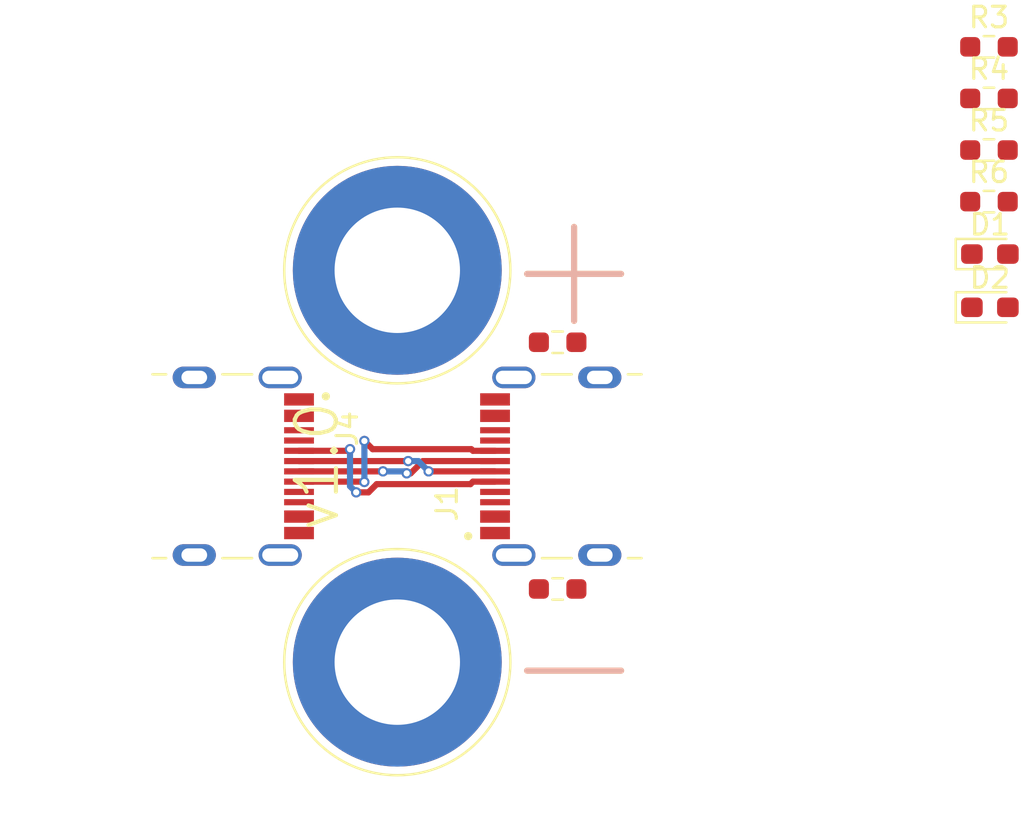
<source format=kicad_pcb>
(kicad_pcb (version 20240108) (generator "pcbnew") (generator_version "8.0")
  (layers (0 "F.Cu" signal) (31 "B.Cu" signal) (34 "B.Paste" user) (35 "F.Paste" user) (36 "B.SilkS" user "B.Silkscreen") (37 "F.SilkS" user "F.Silkscreen") (38 "B.Mask" user) (39 "F.Mask" user) (44 "Edge.Cuts" user))
  (net 0 "")
  (net 1 "VBUS")
  (net 2 "GND")
  (net 3 "Net-(J1-CC2)")
  (net 4 "Net-(J1-CC1)")
  (net 6 "Net-(D1-A)")
  (net 7 "Net-(D2-A)")
  (net 10 "Net-(J4-VBUS-PadA4B9)")
  (net 11 "Net-(J4-CC1)")
  (net 12 "Net-(J4-CC2)")
  (net 14 "/D2_P")
  (net 15 "/D1_N")
  (net 16 "/D1_P")
  (net 17 "/D2_N")
  (footprint "Resistor_SMD:R_0603_1608Metric_Pad0.98x0.95mm_HandSolder" (layer "F.Cu") (at 107.8 103.5)
    (property "Reference" "R1" (hide yes))
    (property "Value" "10k")
    (fp_line (start -0.254724 -0.5225) (end 0.254724 -0.5225) (stroke (width 0.12)) (layer "F.SilkS"))
    (fp_line (start -0.254724 0.5225) (end 0.254724 0.5225) (stroke (width 0.12)) (layer "F.SilkS"))
    (pad "1" smd roundrect (at -0.9125 0) (size 0.975 0.95) (layers "F.Cu" "F.Paste" "F.Mask") (net 1 "VBUS"))
    (pad "2" smd roundrect (at 0.9125 0) (size 0.975 0.95) (layers "F.Cu" "F.Paste" "F.Mask") (net 3 "Net-(J1-CC2)"))
  )
  (footprint "Resistor_SMD:R_0603_1608Metric_Pad0.98x0.95mm_HandSolder" (layer "F.Cu") (at 128.78 94.15)
    (property "Reference" "R5" (at 0 -1.43 0) (layer "F.SilkS"))
    (property "Value" "1k")
    (fp_line (start -0.254724 -0.5225) (end 0.254724 -0.5225) (stroke (width 0.12)) (layer "F.SilkS"))
    (fp_line (start -0.254724 0.5225) (end 0.254724 0.5225) (stroke (width 0.12)) (layer "F.SilkS"))
    (pad "1" smd roundrect (at -0.9125 0) (size 0.975 0.95) (layers "F.Cu" "F.Paste" "F.Mask") (net 10 "Net-(J4-VBUS-PadA4B9)"))
    (pad "2" smd roundrect (at 0.9125 0) (size 0.975 0.95) (layers "F.Cu" "F.Paste" "F.Mask") (net 6 "Net-(D1-A)"))
  )
  (footprint "Connector:Banana_Jack_1Pin" (layer "F.Cu") (at 100 119.06)
    (property "Reference" "J3" (hide yes))
    (property "Value" "Conn_01x01")
    (fp_circle (center 0 0) (end 5.5 0) (stroke (width 0.12)) (fill none) (layer "F.SilkS"))
    (pad "1" thru_hole circle (at 0 0) (size 10.16 10.16) (drill 6.1) (layers "*.Cu" "*.Mask") (net 2 "GND"))
  )
  (footprint "LED_SMD:LED_0603_1608Metric_Pad1.05x0.95mm_HandSolder" (layer "F.Cu") (at 128.825 99.21)
    (property "Reference" "D1" (at 0 -1.43 0) (layer "F.SilkS"))
    (property "Value" "LED")
    (fp_line (start -1.66 -0.735) (end -1.66 0.735) (stroke (width 0.12)) (layer "F.SilkS"))
    (fp_line (start -1.66 0.735) (end 0.8 0.735) (stroke (width 0.12)) (layer "F.SilkS"))
    (fp_line (start 0.8 -0.735) (end -1.66 -0.735) (stroke (width 0.12)) (layer "F.SilkS"))
    (pad "1" smd roundrect (at -0.875 0) (size 1.05 0.95) (layers "F.Cu" "F.Paste" "F.Mask") (net 2 "GND"))
    (pad "2" smd roundrect (at 0.875 0) (size 1.05 0.95) (layers "F.Cu" "F.Paste" "F.Mask") (net 6 "Net-(D1-A)"))
  )
  (footprint "Resistor_SMD:R_0603_1608Metric_Pad0.98x0.95mm_HandSolder" (layer "F.Cu") (at 128.78 89.13)
    (property "Reference" "R3" (at 0 -1.43 0) (layer "F.SilkS"))
    (property "Value" "5k1")
    (fp_line (start -0.254724 -0.5225) (end 0.254724 -0.5225) (stroke (width 0.12)) (layer "F.SilkS"))
    (fp_line (start -0.254724 0.5225) (end 0.254724 0.5225) (stroke (width 0.12)) (layer "F.SilkS"))
    (pad "1" smd roundrect (at -0.9125 0) (size 0.975 0.95) (layers "F.Cu" "F.Paste" "F.Mask") (net 11 "Net-(J4-CC1)"))
    (pad "2" smd roundrect (at 0.9125 0) (size 0.975 0.95) (layers "F.Cu" "F.Paste" "F.Mask") (net 2 "GND"))
  )
  (footprint "Resistor_SMD:R_0603_1608Metric_Pad0.98x0.95mm_HandSolder" (layer "F.Cu") (at 128.78 96.66)
    (property "Reference" "R6" (at 0 -1.43 0) (layer "F.SilkS"))
    (property "Value" "1k")
    (fp_line (start -0.254724 -0.5225) (end 0.254724 -0.5225) (stroke (width 0.12)) (layer "F.SilkS"))
    (fp_line (start -0.254724 0.5225) (end 0.254724 0.5225) (stroke (width 0.12)) (layer "F.SilkS"))
    (pad "1" smd roundrect (at -0.9125 0) (size 0.975 0.95) (layers "F.Cu" "F.Paste" "F.Mask") (net 1 "VBUS"))
    (pad "2" smd roundrect (at 0.9125 0) (size 0.975 0.95) (layers "F.Cu" "F.Paste" "F.Mask") (net 7 "Net-(D2-A)"))
  )
  (footprint "LED_SMD:LED_0603_1608Metric_Pad1.05x0.95mm_HandSolder" (layer "F.Cu") (at 128.825 101.8)
    (property "Reference" "D2" (at 0 -1.43 0) (layer "F.SilkS"))
    (property "Value" "LED")
    (fp_line (start -1.66 -0.735) (end -1.66 0.735) (stroke (width 0.12)) (layer "F.SilkS"))
    (fp_line (start -1.66 0.735) (end 0.8 0.735) (stroke (width 0.12)) (layer "F.SilkS"))
    (fp_line (start 0.8 -0.735) (end -1.66 -0.735) (stroke (width 0.12)) (layer "F.SilkS"))
    (pad "1" smd roundrect (at -0.875 0) (size 1.05 0.95) (layers "F.Cu" "F.Paste" "F.Mask") (net 2 "GND"))
    (pad "2" smd roundrect (at 0.875 0) (size 1.05 0.95) (layers "F.Cu" "F.Paste" "F.Mask") (net 7 "Net-(D2-A)"))
  )
  (footprint "Connector:Banana_Jack_1Pin" (layer "F.Cu") (at 100 100)
    (property "Reference" "J2" (hide yes))
    (property "Value" "Conn_01x01")
    (fp_circle (center 0 0) (end 5.5 0) (stroke (width 0.12)) (fill none) (layer "F.SilkS"))
    (pad "1" thru_hole circle (at 0 0) (size 10.16 10.16) (drill 6.1) (layers "*.Cu" "*.Mask") (net 1 "VBUS"))
  )
  (footprint "Homebrew:HRO_TYPE-C-31-M-12" (layer "F.Cu") (at 107.38 109.53 90)
    (property "Reference" "J1" (at -1.825 -4.965 90) (layer "F.SilkS"))
    (property "Value" "TYPE-C-31-M-12")
    (fp_line (start 4.47 -0.34) (end 4.47 1.1) (stroke (width 0.127)) (layer "F.SilkS"))
    (fp_line (start -4.47 -0.34) (end -4.47 1.1) (stroke (width 0.127)) (layer "F.SilkS"))
    (fp_line (start 4.47 3.84) (end 4.47 4.5) (stroke (width 0.127)) (layer "F.SilkS"))
    (fp_line (start -4.47 4.5) (end -4.47 3.84) (stroke (width 0.127)) (layer "F.SilkS"))
    (fp_circle (center -3.4 -3.93) (end -3.3 -3.93) (stroke (width 0.2)) (fill none) (layer "F.SilkS"))
    (pad "" np_thru_hole circle (at -2.89 -1.18 90) (size 0.7 0.7) (drill 0.7) (layers "*.Cu" "*.Mask"))
    (pad "" np_thru_hole circle (at 2.89 -1.18 90) (size 0.7 0.7) (drill 0.7) (layers "*.Cu" "*.Mask"))
    (pad "A1B12" smd rect (at -3.25 -2.625 90) (size 0.6 1.45) (layers "F.Cu" "F.Paste" "F.Mask") (net 2 "GND"))
    (pad "A4B9" smd rect (at -2.45 -2.625 90) (size 0.6 1.45) (layers "F.Cu" "F.Paste" "F.Mask") (net 1 "VBUS"))
    (pad "A5" smd rect (at -1.25 -2.625 90) (size 0.3 1.45) (layers "F.Cu" "F.Paste" "F.Mask") (net 4 "Net-(J1-CC1)"))
    (pad "A6" smd rect (at -0.25 -2.625 90) (size 0.3 1.45) (layers "F.Cu" "F.Paste" "F.Mask") (net 16 "/D1_P"))
    (pad "A7" smd rect (at 0.25 -2.625 90) (size 0.3 1.45) (layers "F.Cu" "F.Paste" "F.Mask") (net 15 "/D1_N"))
    (pad "A8" smd rect (at 1.25 -2.625 90) (size 0.3 1.45) (layers "F.Cu" "F.Paste" "F.Mask"))
    (pad "B1A12" smd rect (at 3.25 -2.625 90) (size 0.6 1.45) (layers "F.Cu" "F.Paste" "F.Mask") (net 2 "GND"))
    (pad "B4A9" smd rect (at 2.45 -2.625 90) (size 0.6 1.45) (layers "F.Cu" "F.Paste" "F.Mask") (net 1 "VBUS"))
    (pad "B5" smd rect (at 1.75 -2.625 90) (size 0.3 1.45) (layers "F.Cu" "F.Paste" "F.Mask") (net 3 "Net-(J1-CC2)"))
    (pad "B6" smd rect (at 0.75 -2.625 90) (size 0.3 1.45) (layers "F.Cu" "F.Paste" "F.Mask") (net 14 "/D2_P"))
    (pad "B7" smd rect (at -0.75 -2.625 90) (size 0.3 1.45) (layers "F.Cu" "F.Paste" "F.Mask") (net 17 "/D2_N"))
    (pad "B8" smd rect (at -1.75 -2.625 90) (size 0.3 1.45) (layers "F.Cu" "F.Paste" "F.Mask"))
    (pad "S1" thru_hole oval (at -4.32 -1.71 90) (size 1.05 2.1) (drill oval 0.65 1.75) (layers "*.Cu" "*.Mask") (net 2 "GND"))
    (pad "S2" thru_hole oval (at 4.32 -1.71 90) (size 1.05 2.1) (drill oval 0.65 1.75) (layers "*.Cu" "*.Mask") (net 2 "GND"))
    (pad "S3" thru_hole oval (at -4.32 2.47 90) (size 1.05 2.1) (drill oval 0.65 1.25) (layers "*.Cu" "*.Mask") (net 2 "GND"))
    (pad "S4" thru_hole oval (at 4.32 2.47 90) (size 1.05 2.1) (drill oval 0.65 1.25) (layers "*.Cu" "*.Mask") (net 2 "GND"))
  )
  (footprint "Resistor_SMD:R_0603_1608Metric_Pad0.98x0.95mm_HandSolder" (layer "F.Cu") (at 107.8 115.5)
    (property "Reference" "R2" (hide yes))
    (property "Value" "10k")
    (fp_line (start -0.254724 -0.5225) (end 0.254724 -0.5225) (stroke (width 0.12)) (layer "F.SilkS"))
    (fp_line (start -0.254724 0.5225) (end 0.254724 0.5225) (stroke (width 0.12)) (layer "F.SilkS"))
    (pad "1" smd roundrect (at -0.9125 0) (size 0.975 0.95) (layers "F.Cu" "F.Paste" "F.Mask") (net 1 "VBUS"))
    (pad "2" smd roundrect (at 0.9125 0) (size 0.975 0.95) (layers "F.Cu" "F.Paste" "F.Mask") (net 4 "Net-(J1-CC1)"))
  )
  (footprint "Homebrew:HRO_TYPE-C-31-M-12" (layer "F.Cu") (at 92.595 109.53 -90)
    (property "Reference" "J4" (at -1.825 -4.965 90) (layer "F.SilkS"))
    (property "Value" "TYPE-C-31-M-12")
    (fp_line (start -4.47 4.5) (end -4.47 3.84) (stroke (width 0.127)) (layer "F.SilkS"))
    (fp_line (start 4.47 3.84) (end 4.47 4.5) (stroke (width 0.127)) (layer "F.SilkS"))
    (fp_line (start -4.47 -0.34) (end -4.47 1.1) (stroke (width 0.127)) (layer "F.SilkS"))
    (fp_line (start 4.47 -0.34) (end 4.47 1.1) (stroke (width 0.127)) (layer "F.SilkS"))
    (fp_circle (center -3.4 -3.93) (end -3.3 -3.93) (stroke (width 0.2)) (fill none) (layer "F.SilkS"))
    (pad "" np_thru_hole circle (at -2.89 -1.18 270) (size 0.7 0.7) (drill 0.7) (layers "*.Cu" "*.Mask"))
    (pad "" np_thru_hole circle (at 2.89 -1.18 270) (size 0.7 0.7) (drill 0.7) (layers "*.Cu" "*.Mask"))
    (pad "A1B12" smd rect (at -3.25 -2.625 270) (size 0.6 1.45) (layers "F.Cu" "F.Paste" "F.Mask") (net 2 "GND"))
    (pad "A4B9" smd rect (at -2.45 -2.625 270) (size 0.6 1.45) (layers "F.Cu" "F.Paste" "F.Mask") (net 10 "Net-(J4-VBUS-PadA4B9)"))
    (pad "A5" smd rect (at -1.25 -2.625 270) (size 0.3 1.45) (layers "F.Cu" "F.Paste" "F.Mask") (net 11 "Net-(J4-CC1)"))
    (pad "A6" smd rect (at -0.25 -2.625 270) (size 0.3 1.45) (layers "F.Cu" "F.Paste" "F.Mask") (net 16 "/D1_P"))
    (pad "A7" smd rect (at 0.25 -2.625 270) (size 0.3 1.45) (layers "F.Cu" "F.Paste" "F.Mask") (net 15 "/D1_N"))
    (pad "A8" smd rect (at 1.25 -2.625 270) (size 0.3 1.45) (layers "F.Cu" "F.Paste" "F.Mask"))
    (pad "B1A12" smd rect (at 3.25 -2.625 270) (size 0.6 1.45) (layers "F.Cu" "F.Paste" "F.Mask") (net 2 "GND"))
    (pad "B4A9" smd rect (at 2.45 -2.625 270) (size 0.6 1.45) (layers "F.Cu" "F.Paste" "F.Mask") (net 10 "Net-(J4-VBUS-PadA4B9)"))
    (pad "B5" smd rect (at 1.75 -2.625 270) (size 0.3 1.45) (layers "F.Cu" "F.Paste" "F.Mask") (net 12 "Net-(J4-CC2)"))
    (pad "B6" smd rect (at 0.75 -2.625 270) (size 0.3 1.45) (layers "F.Cu" "F.Paste" "F.Mask") (net 14 "/D2_P"))
    (pad "B7" smd rect (at -0.75 -2.625 270) (size 0.3 1.45) (layers "F.Cu" "F.Paste" "F.Mask") (net 17 "/D2_N"))
    (pad "B8" smd rect (at -1.75 -2.625 270) (size 0.3 1.45) (layers "F.Cu" "F.Paste" "F.Mask"))
    (pad "S1" thru_hole oval (at -4.32 -1.71 270) (size 1.05 2.1) (drill oval 0.65 1.75) (layers "*.Cu" "*.Mask") (net 2 "GND"))
    (pad "S2" thru_hole oval (at 4.32 -1.71 270) (size 1.05 2.1) (drill oval 0.65 1.75) (layers "*.Cu" "*.Mask") (net 2 "GND"))
    (pad "S3" thru_hole oval (at -4.32 2.47 270) (size 1.05 2.1) (drill oval 0.65 1.25) (layers "*.Cu" "*.Mask") (net 2 "GND"))
    (pad "S4" thru_hole oval (at 4.32 2.47 270) (size 1.05 2.1) (drill oval 0.65 1.25) (layers "*.Cu" "*.Mask") (net 2 "GND"))
  )
  (footprint "Resistor_SMD:R_0603_1608Metric_Pad0.98x0.95mm_HandSolder" (layer "F.Cu") (at 128.78 91.64)
    (property "Reference" "R4" (at 0 -1.43 0) (layer "F.SilkS"))
    (property "Value" "5k1")
    (fp_line (start -0.254724 -0.5225) (end 0.254724 -0.5225) (stroke (width 0.12)) (layer "F.SilkS"))
    (fp_line (start -0.254724 0.5225) (end 0.254724 0.5225) (stroke (width 0.12)) (layer "F.SilkS"))
    (pad "1" smd roundrect (at -0.9125 0) (size 0.975 0.95) (layers "F.Cu" "F.Paste" "F.Mask") (net 12 "Net-(J4-CC2)"))
    (pad "2" smd roundrect (at 0.9125 0) (size 0.975 0.95) (layers "F.Cu" "F.Paste" "F.Mask") (net 2 "GND"))
  )
  (gr_text "-" (at 108.6 119 -0) (layer "B.SilkS") (effects (font (size 6 6) (thickness 0.3)) (justify mirror)))
  (gr_text "+" (at 108.6 99.7 -0) (layer "B.SilkS") (effects (font (size 6 6) (thickness 0.3)) (justify mirror)))
  (gr_text "v1.0" (at 96.1 109.53 90) (layer "F.SilkS") (effects (font (size 2 2) (thickness 0.2))))
  (gr_text "+" (at 108.6 99.7 0) (layer "F.SilkS") (effects (font (size 6 6) (thickness 0.3))))
  (gr_text "-" (at 108.6 119 0) (layer "F.SilkS") (effects (font (size 6 6) (thickness 0.3))))
  (segment (start 103.68 108.78) (end 104.755 108.78) (width 0.3) (layer "F.Cu") (net 14))
  (segment (start 98.8 108.7) (end 103.6 108.7) (width 0.3) (layer "F.Cu") (net 14))
  (segment (start 98.4 108.3) (end 98.8 108.7) (width 0.3) (layer "F.Cu") (net 14))
  (segment (start 98.38 110.28) (end 98.396446 110.296446) (width 0.3) (layer "F.Cu") (net 14))
  (segment (start 95.22 110.28) (end 98.38 110.28) (width 0.3) (layer "F.Cu") (net 14))
  (segment (start 103.6 108.7) (end 103.68 108.78) (width 0.3) (layer "F.Cu") (net 14))
  (via (at 98.396446 110.296446) (size 0.5) (drill 0.3) (layers "F.Cu" "B.Cu") (net 14))
  (via (at 98.4 108.3) (size 0.5) (drill 0.3) (layers "F.Cu" "B.Cu") (net 14))
  (segment (start 98.4 110.292892) (end 98.396446 110.296446) (width 0.3) (layer "B.Cu") (net 14))
  (segment (start 98.4 108.3) (end 98.4 110.292892) (width 0.3) (layer "B.Cu") (net 14))
  (segment (start 95.22 109.78) (end 99.303853 109.78) (width 0.3) (layer "F.Cu") (net 15))
  (segment (start 104.755 109.28) (end 101.24649 109.28) (width 0.3) (layer "F.Cu") (net 15))
  (segment (start 101.24649 109.28) (end 100.650754 109.875736) (width 0.3) (layer "F.Cu") (net 15))
  (segment (start 99.303853 109.78) (end 99.304105 109.780252) (width 0.3) (layer "F.Cu") (net 15))
  (segment (start 100.650754 109.875736) (end 100.457905 109.875736) (width 0.3) (layer "F.Cu") (net 15))
  (via (at 100.457905 109.875736) (size 0.5) (drill 0.3) (layers "F.Cu" "B.Cu") (net 15))
  (via (at 99.304105 109.780252) (size 0.5) (drill 0.3) (layers "F.Cu" "B.Cu") (net 15))
  (segment (start 99.304105 109.780252) (end 100.362421 109.780252) (width 0.3) (layer "B.Cu") (net 15))
  (segment (start 100.362421 109.780252) (end 100.457905 109.875736) (width 0.3) (layer "B.Cu") (net 15))
  (segment (start 104.755 109.78) (end 101.523607 109.78) (width 0.3) (layer "F.Cu") (net 16))
  (segment (start 95.22 109.28) (end 100.52933 109.28) (width 0.3) (layer "F.Cu") (net 16))
  (via (at 100.52933 109.28) (size 0.5) (drill 0.3) (layers "F.Cu" "B.Cu") (net 16))
  (via (at 101.523607 109.78) (size 0.5) (drill 0.3) (layers "F.Cu" "B.Cu") (net 16))
  (segment (start 101.023607 109.28) (end 100.52933 109.28) (width 0.3) (layer "B.Cu") (net 16))
  (segment (start 101.523607 109.78) (end 101.023607 109.28) (width 0.3) (layer "B.Cu") (net 16))
  (segment (start 95.22 108.78) (end 97.62 108.78) (width 0.3) (layer "F.Cu") (net 17))
  (segment (start 103.68 110.28) (end 104.755 110.28) (width 0.3) (layer "F.Cu") (net 17))
  (segment (start 99 110.4) (end 103.56 110.4) (width 0.3) (layer "F.Cu") (net 17))
  (segment (start 98.6 110.8) (end 99 110.4) (width 0.3) (layer "F.Cu") (net 17))
  (segment (start 103.56 110.4) (end 103.68 110.28) (width 0.3) (layer "F.Cu") (net 17))
  (segment (start 98 110.8) (end 98.6 110.8) (width 0.3) (layer "F.Cu") (net 17))
  (segment (start 97.62 108.78) (end 97.7 108.7) (width 0.3) (layer "F.Cu") (net 17))
  (via (at 98 110.8) (size 0.5) (drill 0.3) (layers "F.Cu" "B.Cu") (net 17))
  (via (at 97.7 108.7) (size 0.5) (drill 0.3) (layers "F.Cu" "B.Cu") (net 17))
  (segment (start 97.7 108.7) (end 97.7 110.5) (width 0.3) (layer "B.Cu") (net 17))
  (segment (start 97.7 110.5) (end 98 110.8) (width 0.3) (layer "B.Cu") (net 17))
)
</source>
